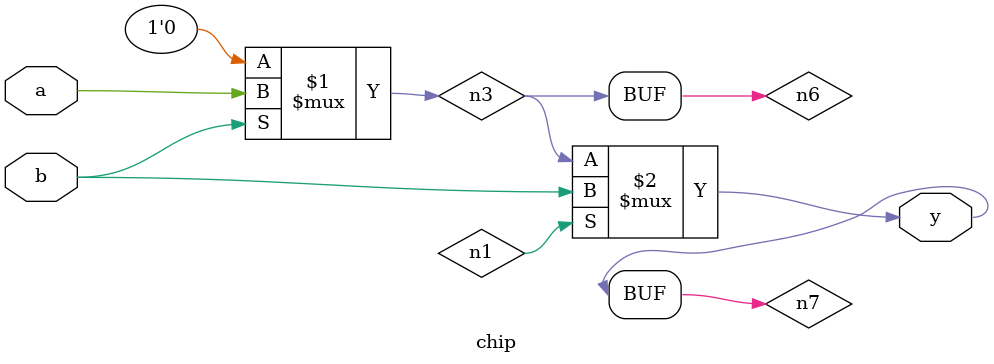
<source format=v>

module chip (output y, input b, input a);

wire n1;
// (9, 17, 'span4_horz_r_2')
// (10, 17, 'span4_horz_r_6')
// (11, 16, 'sp4_h_r_0')
// (11, 17, 'span4_horz_r_10')
// (12, 16, 'local_g0_5')
// (12, 16, 'lutff_2/in_3')
// (12, 16, 'sp4_h_r_13')
// (12, 17, 'span4_horz_r_14')
// (13, 16, 'span4_horz_13')
// (13, 16, 'span4_vert_t_14')

wire y;
// (11, 13, 'sp4_r_v_b_41')
// (11, 14, 'sp4_r_v_b_28')
// (11, 15, 'neigh_op_tnr_2')
// (11, 15, 'sp4_r_v_b_17')
// (11, 16, 'neigh_op_rgt_2')
// (11, 16, 'sp4_r_v_b_4')
// (11, 17, 'logic_op_bnr_2')
// (12, 12, 'sp4_h_r_9')
// (12, 12, 'sp4_v_t_41')
// (12, 13, 'sp4_v_b_41')
// (12, 14, 'sp4_v_b_28')
// (12, 15, 'neigh_op_top_2')
// (12, 15, 'sp4_v_b_17')
// (12, 16, 'lutff_2/out')
// (12, 16, 'sp4_v_b_4')
// (12, 17, 'logic_op_bot_2')
// (13, 12, 'io_1/D_OUT_0')
// (13, 12, 'io_1/PAD')
// (13, 12, 'local_g0_1')
// (13, 12, 'span4_horz_9')
// (13, 15, 'logic_op_tnl_2')
// (13, 16, 'logic_op_lft_2')

wire n3;
// (11, 15, 'neigh_op_tnr_5')
// (11, 16, 'neigh_op_rgt_5')
// (11, 17, 'logic_op_bnr_5')
// (12, 15, 'neigh_op_top_5')
// (12, 16, 'local_g1_5')
// (12, 16, 'lutff_2/in_2')
// (12, 16, 'lutff_5/out')
// (12, 17, 'logic_op_bot_5')
// (13, 15, 'logic_op_tnl_5')
// (13, 16, 'logic_op_lft_5')

wire b;
// (11, 16, 'neigh_op_tnr_0')
// (11, 16, 'neigh_op_tnr_4')
// (12, 16, 'local_g0_4')
// (12, 16, 'local_g1_0')
// (12, 16, 'lutff_2/in_1')
// (12, 16, 'lutff_5/in_3')
// (12, 16, 'neigh_op_top_0')
// (12, 16, 'neigh_op_top_4')
// (12, 17, 'io_0/D_IN_0')
// (12, 17, 'io_0/PAD')

wire a;
// (11, 16, 'neigh_op_tnr_2')
// (11, 16, 'neigh_op_tnr_6')
// (12, 16, 'local_g1_2')
// (12, 16, 'lutff_5/in_2')
// (12, 16, 'neigh_op_top_2')
// (12, 16, 'neigh_op_top_6')
// (12, 17, 'io_1/D_IN_0')
// (12, 17, 'io_1/PAD')

wire n6;
// (12, 16, 'lutff_5/lout')

wire n7;
// (12, 16, 'lutff_2/lout')

assign n6 = /* LUT   12 16  5 */ (b ? a : 1'b0);
assign n7 = /* LUT   12 16  2 */ (n1 ? b : n3);
/* FF 12 16  5 */ assign n3 = n6;
/* FF 12 16  2 */ assign y = n7;

endmodule


</source>
